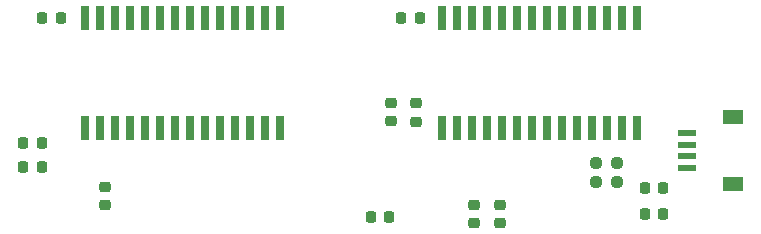
<source format=gtp>
%TF.GenerationSoftware,KiCad,Pcbnew,7.0.5*%
%TF.CreationDate,2023-07-27T22:46:48+03:00*%
%TF.ProjectId,ltp_kikad,6c74705f-6b69-46b6-9164-2e6b69636164,rev?*%
%TF.SameCoordinates,Original*%
%TF.FileFunction,Paste,Top*%
%TF.FilePolarity,Positive*%
%FSLAX46Y46*%
G04 Gerber Fmt 4.6, Leading zero omitted, Abs format (unit mm)*
G04 Created by KiCad (PCBNEW 7.0.5) date 2023-07-27 22:46:48*
%MOMM*%
%LPD*%
G01*
G04 APERTURE LIST*
G04 Aperture macros list*
%AMRoundRect*
0 Rectangle with rounded corners*
0 $1 Rounding radius*
0 $2 $3 $4 $5 $6 $7 $8 $9 X,Y pos of 4 corners*
0 Add a 4 corners polygon primitive as box body*
4,1,4,$2,$3,$4,$5,$6,$7,$8,$9,$2,$3,0*
0 Add four circle primitives for the rounded corners*
1,1,$1+$1,$2,$3*
1,1,$1+$1,$4,$5*
1,1,$1+$1,$6,$7*
1,1,$1+$1,$8,$9*
0 Add four rect primitives between the rounded corners*
20,1,$1+$1,$2,$3,$4,$5,0*
20,1,$1+$1,$4,$5,$6,$7,0*
20,1,$1+$1,$6,$7,$8,$9,0*
20,1,$1+$1,$8,$9,$2,$3,0*%
G04 Aperture macros list end*
%ADD10RoundRect,0.225000X-0.225000X-0.250000X0.225000X-0.250000X0.225000X0.250000X-0.225000X0.250000X0*%
%ADD11R,1.550000X0.600000*%
%ADD12R,1.800000X1.200000*%
%ADD13RoundRect,0.225000X0.250000X-0.225000X0.250000X0.225000X-0.250000X0.225000X-0.250000X-0.225000X0*%
%ADD14RoundRect,0.225000X-0.250000X0.225000X-0.250000X-0.225000X0.250000X-0.225000X0.250000X0.225000X0*%
%ADD15RoundRect,0.225000X0.225000X0.250000X-0.225000X0.250000X-0.225000X-0.250000X0.225000X-0.250000X0*%
%ADD16R,0.650000X2.100000*%
%ADD17RoundRect,0.237500X-0.250000X-0.237500X0.250000X-0.237500X0.250000X0.237500X-0.250000X0.237500X0*%
G04 APERTURE END LIST*
D10*
%TO.C,C11*%
X175437000Y-101000000D03*
X176987000Y-101000000D03*
%TD*%
D11*
%TO.C,J1*%
X178987000Y-97100000D03*
X178987000Y-96100000D03*
X178987000Y-95100000D03*
X178987000Y-94100000D03*
D12*
X182862000Y-98400000D03*
X182862000Y-92800000D03*
%TD*%
D13*
%TO.C,C9*%
X160987000Y-101750000D03*
X160987000Y-100200000D03*
%TD*%
D14*
%TO.C,C7*%
X156037000Y-91615000D03*
X156037000Y-93165000D03*
%TD*%
D15*
%TO.C,C5*%
X124362000Y-97000000D03*
X122812000Y-97000000D03*
%TD*%
%TO.C,C13*%
X125962000Y-84400000D03*
X124412000Y-84400000D03*
%TD*%
D16*
%TO.C,IC1*%
X127988900Y-93661600D03*
X129258900Y-93661600D03*
X130528900Y-93661600D03*
X131798900Y-93661600D03*
X133068900Y-93661600D03*
X134338900Y-93661600D03*
X135608900Y-93661600D03*
X136878900Y-93661600D03*
X138148900Y-93661600D03*
X139418900Y-93661600D03*
X140688900Y-93661600D03*
X141958900Y-93661600D03*
X143228900Y-93661600D03*
X144498900Y-93661600D03*
X144498900Y-84361600D03*
X143228900Y-84361600D03*
X141958900Y-84361600D03*
X140688900Y-84361600D03*
X139418900Y-84361600D03*
X138148900Y-84361600D03*
X136878900Y-84361600D03*
X135608900Y-84361600D03*
X134338900Y-84361600D03*
X133068900Y-84361600D03*
X131798900Y-84361600D03*
X130528900Y-84361600D03*
X129258900Y-84361600D03*
X127988900Y-84361600D03*
%TD*%
D14*
%TO.C,C2*%
X153913900Y-91586600D03*
X153913900Y-93136600D03*
%TD*%
D17*
%TO.C,R1*%
X171274500Y-98300000D03*
X173099500Y-98300000D03*
%TD*%
D10*
%TO.C,C1*%
X122812000Y-95000000D03*
X124362000Y-95000000D03*
%TD*%
%TO.C,C17*%
X152237000Y-101200000D03*
X153787000Y-101200000D03*
%TD*%
D14*
%TO.C,C6*%
X129703900Y-98663600D03*
X129703900Y-100213600D03*
%TD*%
D10*
%TO.C,C8*%
X175412000Y-98800000D03*
X176962000Y-98800000D03*
%TD*%
D15*
%TO.C,C12*%
X156362000Y-84400000D03*
X154812000Y-84400000D03*
%TD*%
D17*
%TO.C,R3*%
X171274500Y-96700000D03*
X173099500Y-96700000D03*
%TD*%
D16*
%TO.C,IC2*%
X158258900Y-93661600D03*
X159528900Y-93661600D03*
X160798900Y-93661600D03*
X162068900Y-93661600D03*
X163338900Y-93661600D03*
X164608900Y-93661600D03*
X165878900Y-93661600D03*
X167148900Y-93661600D03*
X168418900Y-93661600D03*
X169688900Y-93661600D03*
X170958900Y-93661600D03*
X172228900Y-93661600D03*
X173498900Y-93661600D03*
X174768900Y-93661600D03*
X174768900Y-84361600D03*
X173498900Y-84361600D03*
X172228900Y-84361600D03*
X170958900Y-84361600D03*
X169688900Y-84361600D03*
X168418900Y-84361600D03*
X167148900Y-84361600D03*
X165878900Y-84361600D03*
X164608900Y-84361600D03*
X163338900Y-84361600D03*
X162068900Y-84361600D03*
X160798900Y-84361600D03*
X159528900Y-84361600D03*
X158258900Y-84361600D03*
%TD*%
D13*
%TO.C,C10*%
X163187000Y-101750000D03*
X163187000Y-100200000D03*
%TD*%
M02*

</source>
